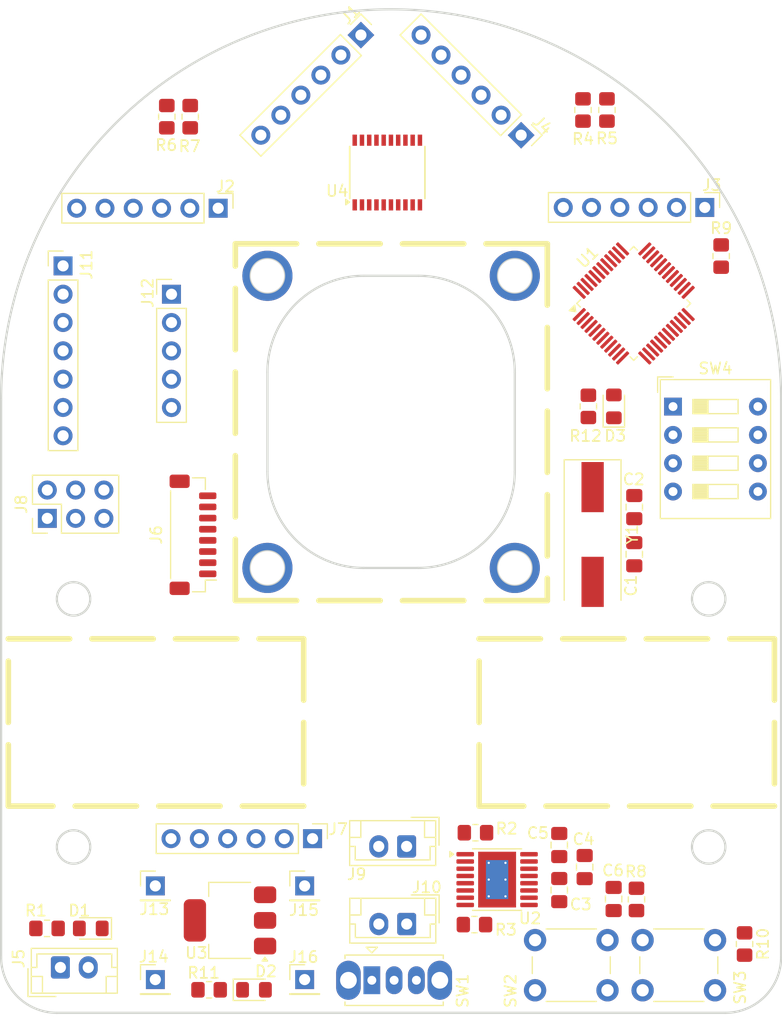
<source format=kicad_pcb>
(kicad_pcb (version 20240108) (generator "pcbnew") (generator_version "8.0")
  (layers (0 "F.Cu" signal) (31 "B.Cu" signal) (34 "B.Paste" user) (35 "F.Paste" user) (36 "B.SilkS" user "B.Silkscreen") (37 "F.SilkS" user "F.Silkscreen") (38 "B.Mask" user) (39 "F.Mask" user) (44 "Edge.Cuts" user))
  (net 0 "")
  (net 1 "/I2C2_{scl}")
  (net 2 "Net-(J1-Pin_2)")
  (net 3 "/I2C2_{sda}")
  (net 5 "Net-(J1-Pin_1)")
  (net 8 "Net-(J2-Pin_1)")
  (net 10 "Net-(J2-Pin_2)")
  (net 12 "/I2C1_{sda}")
  (net 14 "Net-(J3-Pin_2)")
  (net 21 "/I2C1_{scl}")
  (net 23 "Net-(J3-Pin_1)")
  (net 24 "Net-(J4-Pin_1)")
  (net 27 "Net-(J4-Pin_2)")
  (net 35 "/SPI1_{miso}")
  (net 36 "/SPI1_{mosi}")
  (net 37 "/SPI1_{clk}")
  (net 38 "GND")
  (net 39 "/PMW_{motion}")
  (net 40 "/PMW_{cs}")
  (net 41 "/PMW_{nreset}")
  (net 42 "/BT_{enable}")
  (net 43 "/USART_{TX}")
  (net 44 "/BT_{state}")
  (net 45 "/USART_{RX}")
  (net 46 "Net-(U2-VCP)")
  (net 47 "VCC_{7,4}")
  (net 48 "Net-(U1-PD0)")
  (net 49 "/SW_{dio}")
  (net 50 "/SW_{clk}")
  (net 51 "Net-(U1-PD1)")
  (net 55 "/TOF_{int}")
  (net 57 "Net-(U2-VINT)")
  (net 58 "VCC_{3.3}")
  (net 59 "Net-(J9-Pin_1)")
  (net 60 "Net-(J9-Pin_2)")
  (net 61 "Net-(J10-Pin_2)")
  (net 62 "Net-(J10-Pin_1)")
  (net 63 "/MOTOR_{b2}")
  (net 64 "/MOTOR_{sleep}")
  (net 65 "/MOTOR_{a2}")
  (net 66 "/MOTOR_{a1}")
  (net 67 "/MOTOR_{b1}")
  (net 68 "/MOTOR_{fault}")
  (net 69 "/BMI_{cs}")
  (net 72 "/BMI_{int1}")
  (net 73 "/BMI_{int2}")
  (net 75 "/USART1_{RX}")
  (net 76 "/USART1_{TX}")
  (net 78 "VCC_{7.4}")
  (net 79 "VCC_{5}")
  (net 80 "Net-(U2-BISEN)")
  (net 81 "Net-(U2-AISEN)")
  (net 82 "/RESET")
  (net 83 "/PB3")
  (net 84 "/BOOT")
  (net 85 "Net-(SW1-A)")
  (net 86 "/SW2")
  (net 87 "/SW1")
  (net 88 "/SW3")
  (net 89 "/SW4")
  (net 90 "Net-(D1-K)")
  (net 91 "Net-(D2-K)")
  (net 92 "Net-(D3-K)")
  (footprint "Package_QFP:LQFP-48_7x7mm_P0.5mm" (layer "F.Cu") (at 160.15 48.3 45)
    (property "Reference" "U1" (at 0 -5.85 45) (layer "F.SilkS"))
    (property "Value" "STM32F103CBTx")
    (pad "1" smd roundrect (at -4.1625 -2.75 45) (size 1.475 0.3) (layers "F.Cu" "F.Paste" "F.Mask") (net 58 "VCC_{3.3}"))
    (pad "2" smd roundrect (at -4.1625 -2.25 45) (size 1.475 0.3) (layers "F.Cu" "F.Paste" "F.Mask"))
    (pad "3" smd roundrect (at -4.1625 -1.75 45) (size 1.475 0.3) (layers "F.Cu" "F.Paste" "F.Mask"))
    (pad "4" smd roundrect (at -4.1625 -1.249999 45) (size 1.475 0.3) (layers "F.Cu" "F.Paste" "F.Mask"))
    (pad "5" smd roundrect (at -4.1625 -0.75 45) (size 1.475 0.3) (layers "F.Cu" "F.Paste" "F.Mask") (net 48 "Net-(U1-PD0)"))
    (pad "6" smd roundrect (at -4.1625 -0.25 45) (size 1.475 0.3) (layers "F.Cu" "F.Paste" "F.Mask") (net 51 "Net-(U1-PD1)"))
    (pad "7" smd roundrect (at -4.1625 0.25 45) (size 1.475 0.3) (layers "F.Cu" "F.Paste" "F.Mask") (net 82 "/RESET"))
    (pad "8" smd roundrect (at -4.1625 0.75 45) (size 1.475 0.3) (layers "F.Cu" "F.Paste" "F.Mask") (net 38 "GND"))
    (pad "9" smd roundrect (at -4.1625 1.249999 45) (size 1.475 0.3) (layers "F.Cu" "F.Paste" "F.Mask") (net 58 "VCC_{3.3}"))
    (pad "10" smd roundrect (at -4.1625 1.75 45) (size 1.475 0.3) (layers "F.Cu" "F.Paste" "F.Mask"))
    (pad "11" smd roundrect (at -4.1625 2.25 45) (size 1.475 0.3) (layers "F.Cu" "F.Paste" "F.Mask"))
    (pad "12" smd roundrect (at -4.1625 2.75 45) (size 1.475 0.3) (layers "F.Cu" "F.Paste" "F.Mask"))
    (pad "13" smd roundrect (at -2.75 4.1625 45) (size 0.3 1.475) (layers "F.Cu" "F.Paste" "F.Mask"))
    (pad "14" smd roundrect (at -2.25 4.1625 45) (size 0.3 1.475) (layers "F.Cu" "F.Paste" "F.Mask"))
    (pad "15" smd roundrect (at -1.75 4.1625 45) (size 0.3 1.475) (layers "F.Cu" "F.Paste" "F.Mask") (net 37 "/SPI1_{clk}"))
    (pad "16" smd roundrect (at -1.249999 4.1625 45) (size 0.3 1.475) (layers "F.Cu" "F.Paste" "F.Mask") (net 35 "/SPI1_{miso}"))
    (pad "17" smd roundrect (at -0.75 4.1625 45) (size 0.3 1.475) (layers "F.Cu" "F.Paste" "F.Mask") (net 36 "/SPI1_{mosi}"))
    (pad "18" smd roundrect (at -0.25 4.1625 45) (size 0.3 1.475) (layers "F.Cu" "F.Paste" "F.Mask"))
    (pad "19" smd roundrect (at 0.25 4.1625 45) (size 0.3 1.475) (layers "F.Cu" "F.Paste" "F.Mask"))
    (pad "20" smd roundrect (at 0.75 4.1625 45) (size 0.3 1.475) (layers "F.Cu" "F.Paste" "F.Mask"))
    (pad "21" smd roundrect (at 1.249999 4.1625 45) (size 0.3 1.475) (layers "F.Cu" "F.Paste" "F.Mask") (net 1 "/I2C2_{scl}"))
    (pad "22" smd roundrect (at 1.75 4.1625 45) (size 0.3 1.475) (layers "F.Cu" "F.Paste" "F.Mask") (net 3 "/I2C2_{sda}"))
    (pad "23" smd roundrect (at 2.25 4.1625 45) (size 0.3 1.475) (layers "F.Cu" "F.Paste" "F.Mask") (net 38 "GND"))
    (pad "24" smd roundrect (at 2.75 4.1625 45) (size 0.3 1.475) (layers "F.Cu" "F.Paste" "F.Mask") (net 58 "VCC_{3.3}"))
    (pad "25" smd roundrect (at 4.1625 2.75 45) (size 1.475 0.3) (layers "F.Cu" "F.Paste" "F.Mask"))
    (pad "26" smd roundrect (at 4.1625 2.25 45) (size 1.475 0.3) (layers "F.Cu" "F.Paste" "F.Mask"))
    (pad "27" smd roundrect (at 4.1625 1.75 45) (size 1.475 0.3) (layers "F.Cu" "F.Paste" "F.Mask"))
    (pad "28" smd roundrect (at 4.1625 1.249999 45) (size 1.475 0.3) (layers "F.Cu" "F.Paste" "F.Mask"))
    (pad "29" smd roundrect (at 4.1625 0.75 45) (size 1.475 0.3) (layers "F.Cu" "F.Paste" "F.Mask") (net 40 "/PMW_{cs}"))
    (pad "30" smd roundrect (at 4.1625 0.25 45) (size 1.475 0.3) (layers "F.Cu" "F.Paste" "F.Mask") (net 76 "/USART1_{TX}"))
    (pad "31" smd roundrect (at 4.1625 -0.25 45) (size 1.475 0.3) (layers "F.Cu" "F.Paste" "F.Mask") (net 75 "/USART1_{RX}"))
    (pad "32" smd roundrect (at 4.1625 -0.75 45) (size 1.475 0.3) (layers "F.Cu" "F.Paste" "F.Mask"))
    (pad "33" smd roundrect (at 4.1625 -1.249999 45) (size 1.475 0.3) (layers "F.Cu" "F.Paste" "F.Mask"))
    (pad "34" smd roundrect (at 4.1625 -1.75 45) (size 1.475 0.3) (layers "F.Cu" "F.Paste" "F.Mask") (net 49 "/SW_{dio}"))
    (pad "35" smd roundrect (at 4.1625 -2.25 45) (size 1.475 0.3) (layers "F.Cu" "F.Paste" "F.Mask") (net 38 "GND"))
    (pad "36" smd roundrect (at 4.1625 -2.75 45) (size 1.475 0.3) (layers "F.Cu" "F.Paste" "F.Mask") (net 58 "VCC_{3.3}"))
    (pad "37" smd roundrect (at 2.75 -4.1625 45) (size 0.3 1.475) (layers "F.Cu" "F.Paste" "F.Mask") (net 50 "/SW_{clk}"))
    (pad "38" smd roundrect (at 2.25 -4.1625 45) (size 0.3 1.475) (layers "F.Cu" "F.Paste" "F.Mask"))
    (pad "39" smd roundrect (at 1.75 -4.1625 45) (size 0.3 1.475) (layers "F.Cu" "F.Paste" "F.Mask") (net 83 "/PB3"))
    (pad "40" smd roundrect (at 1.249999 -4.1625 45) (size 0.3 1.475) (layers "F.Cu" "F.Paste" "F.Mask"))
    (pad "41" smd roundrect (at 0.75 -4.1625 45) (size 0.3 1.475) (layers "F.Cu" "F.Paste" "F.Mask"))
    (pad "42" smd roundrect (at 0.25 -4.1625 45) (size 0.3 1.475) (layers "F.Cu" "F.Paste" "F.Mask") (net 21 "/I2C1_{scl}"))
    (pad "43" smd roundrect (at -0.25 -4.1625 45) (size 0.3 1.475) (layers "F.Cu" "F.Paste" "F.Mask") (net 12 "/I2C1_{sda}"))
    (pad "44" smd roundrect (at -0.75 -4.1625 45) (size 0.3 1.475) (layers "F.Cu" "F.Paste" "F.Mask") (net 84 "/BOOT"))
    (pad "45" smd roundrect (at -1.249999 -4.1625 45) (size 0.3 1.475) (layers "F.Cu" "F.Paste" "F.Mask"))
    (pad "46" smd roundrect (at -1.75 -4.1625 45) (size 0.3 1.475) (layers "F.Cu" "F.Paste" "F.Mask"))
    (pad "47" smd roundrect (at -2.25 -4.1625 45) (size 0.3 1.475) (layers "F.Cu" "F.Paste" "F.Mask") (net 38 "GND"))
    (pad "48" smd roundrect (at -2.75 -4.1625 45) (size 0.3 1.475) (layers "F.Cu" "F.Paste" "F.Mask") (net 58 "VCC_{3.3}"))
  )
  (footprint "Connector_PinHeader_2.54mm:PinHeader_1x01_P2.54mm_Vertical" (layer "F.Cu") (at 130.62 100.5375)
    (property "Reference" "J15" (at -0.06 2.17 0) (layer "F.SilkS"))
    (property "Value" "StepDown_{Out+}")
    (pad "1" thru_hole rect (at 0 0) (size 1.7 1.7) (drill 1) (layers "*.Cu" "*.Mask") (net 79 "VCC_{5}"))
  )
  (footprint "Button_Switch_THT:SW_Slide_SPDT_Straight_CK_OS102011MS2Q" (layer "F.Cu") (at 136.65 109)
    (property "Reference" "SW1" (at 8.15 0.95 90) (layer "F.SilkS"))
    (property "Value" "SW_SPDT" (hide yes))
    (pad "" thru_hole oval (at -2.1 0) (size 2.2 3.5) (drill 1.5) (layers "*.Cu" "*.Mask"))
    (pad "" thru_hole oval (at 6.1 0) (size 2.2 3.5) (drill 1.5) (layers "*.Cu" "*.Mask"))
    (pad "1" thru_hole rect (at 0 0) (size 1.5 2.5) (drill 0.8) (layers "*.Cu" "*.Mask") (net 85 "Net-(SW1-A)"))
    (pad "2" thru_hole oval (at 2 0) (size 1.5 2.5) (drill 0.8) (layers "*.Cu" "*.Mask") (net 79 "VCC_{5}"))
    (pad "3" thru_hole oval (at 4 0) (size 1.5 2.5) (drill 0.8) (layers "*.Cu" "*.Mask") (net 38 "GND"))
  )
  (footprint "Resistor_SMD:R_0805_2012Metric_Pad1.20x1.40mm_HandSolder" (layer "F.Cu") (at 156.083 57.531 -90)
    (property "Reference" "R12" (at 2.651 0.254 360) (layer "F.SilkS"))
    (property "Value" "4.7k")
    (pad "1" smd roundrect (at -1 0 270) (size 1.2 1.4) (layers "F.Cu" "F.Paste" "F.Mask") (roundrect_rratio 0.208333) (net 92 "Net-(D3-K)"))
    (pad "2" smd roundrect (at 1 0 270) (size 1.2 1.4) (layers "F.Cu" "F.Paste" "F.Mask") (roundrect_rratio 0.208333) (net 38 "GND"))
  )
  (footprint "Resistor_SMD:R_0805_2012Metric_Pad1.20x1.40mm_HandSolder" (layer "F.Cu") (at 107.5 104.35 180)
    (property "Reference" "R1" (at 1 1.6 360) (layer "F.SilkS"))
    (property "Value" "4.7k")
    (pad "1" smd roundrect (at -1 0 180) (size 1.2 1.4) (layers "F.Cu" "F.Paste" "F.Mask") (roundrect_rratio 0.208333) (net 90 "Net-(D1-K)"))
    (pad "2" smd roundrect (at 1 0 180) (size 1.2 1.4) (layers "F.Cu" "F.Paste" "F.Mask") (roundrect_rratio 0.208333) (net 38 "GND"))
  )
  (footprint "Capacitor_SMD:C_0805_2012Metric_Pad1.18x1.45mm_HandSolder" (layer "F.Cu") (at 160.204 66.5675 -90)
    (property "Reference" "C2" (at -2.4875 0.05 180) (layer "F.SilkS"))
    (property "Value" "22pF")
    (pad "1" smd roundrect (at -1.0375 0 270) (size 1.175 1.45) (layers "F.Cu" "F.Paste" "F.Mask") (roundrect_rratio 0.212766) (net 51 "Net-(U1-PD1)"))
    (pad "2" smd roundrect (at 1.0375 0 270) (size 1.175 1.45) (layers "F.Cu" "F.Paste" "F.Mask") (roundrect_rratio 0.212766) (net 38 "GND"))
  )
  (footprint "LED_SMD:LED_0805_2012Metric_Pad1.15x1.40mm_HandSolder" (layer "F.Cu") (at 126.072 109.855)
    (property "Reference" "D2" (at 1.071 -1.651 180) (layer "F.SilkS"))
    (property "Value" "LED")
    (pad "1" smd roundrect (at -1.025 0) (size 1.15 1.4) (layers "F.Cu" "F.Paste" "F.Mask") (roundrect_rratio 0.217391) (net 91 "Net-(D2-K)"))
    (pad "2" smd roundrect (at 1.025 0) (size 1.15 1.4) (layers "F.Cu" "F.Paste" "F.Mask") (roundrect_rratio 0.217391) (net 79 "VCC_{5}"))
  )
  (footprint "MountingHole:MountingHole_2.2mm_M2_ISO14580_Pad" (layer "F.Cu") (at 149.48 72.02)
    (property "Reference" "H4" (hide yes))
    (property "Value" "MountingHole_Pad" (hide yes))
    (pad "1" thru_hole circle (at 0 0) (size 4.5 4.5) (drill 3) (layers "*.Cu" "*.Mask") (net 38 "GND"))
  )
  (footprint "Connector_PinHeader_2.54mm:PinHeader_1x06_P2.54mm_Vertical" (layer "F.Cu") (at 166.53 39.69 -90)
    (property "Reference" "J3" (at -2 -0.63 0) (layer "F.SilkS"))
    (property "Value" "TOF_FRONTRIGHT")
    (pad "1" thru_hole rect (at 0 0 270) (size 1.7 1.7) (drill 1) (layers "*.Cu" "*.Mask") (net 23 "Net-(J3-Pin_1)"))
    (pad "2" thru_hole oval (at 0 2.54 270) (size 1.7 1.7) (drill 1) (layers "*.Cu" "*.Mask") (net 14 "Net-(J3-Pin_2)"))
    (pad "3" thru_hole oval (at 0 5.08 270) (size 1.7 1.7) (drill 1) (layers "*.Cu" "*.Mask") (net 21 "/I2C1_{scl}"))
    (pad "4" thru_hole oval (at 0 7.62 270) (size 1.7 1.7) (drill 1) (layers "*.Cu" "*.Mask") (net 12 "/I2C1_{sda}"))
    (pad "5" thru_hole oval (at 0 10.16 270) (size 1.7 1.7) (drill 1) (layers "*.Cu" "*.Mask") (net 38 "GND"))
    (pad "6" thru_hole oval (at 0 12.7 270) (size 1.7 1.7) (drill 1) (layers "*.Cu" "*.Mask") (net 58 "VCC_{3.3}"))
  )
  (footprint "Connector_PinHeader_2.54mm:PinHeader_2x03_P2.54mm_Vertical" (layer "F.Cu") (at 107.525 67.575 90)
    (property "Reference" "J8" (at 1.27 -2.33 90) (layer "F.SilkS"))
    (property "Value" "Programming_Conn")
    (pad "1" thru_hole rect (at 0 0 90) (size 1.7 1.7) (drill 1) (layers "*.Cu" "*.Mask") (net 82 "/RESET"))
    (pad "2" thru_hole oval (at 2.54 0 90) (size 1.7 1.7) (drill 1) (layers "*.Cu" "*.Mask") (net 58 "VCC_{3.3}"))
    (pad "3" thru_hole oval (at 0 2.54 90) (size 1.7 1.7) (drill 1) (layers "*.Cu" "*.Mask") (net 50 "/SW_{clk}"))
    (pad "4" thru_hole oval (at 2.54 2.54 90) (size 1.7 1.7) (drill 1) (layers "*.Cu" "*.Mask") (net 49 "/SW_{dio}"))
    (pad "5" thru_hole oval (at 0 5.08 90) (size 1.7 1.7) (drill 1) (layers "*.Cu" "*.Mask") (net 38 "GND"))
    (pad "6" thru_hole oval (at 2.54 5.08 90) (size 1.7 1.7) (drill 1) (layers "*.Cu" "*.Mask") (net 83 "/PB3"))
  )
  (footprint "Resistor_SMD:R_0805_2012Metric_Pad1.20x1.40mm_HandSolder" (layer "F.Cu") (at 168 44.05 90)
    (property "Reference" "R9" (at 2.5 0 180) (layer "F.SilkS"))
    (property "Value" "10k" (hide yes))
    (pad "1" smd roundrect (at -1 0 90) (size 1.2 1.4) (layers "F.Cu" "F.Paste" "F.Mask") (roundrect_rratio 0.208333) (net 58 "VCC_{3.3}"))
    (pad "2" smd roundrect (at 1 0 90) (size 1.2 1.4) (layers "F.Cu" "F.Paste" "F.Mask") (roundrect_rratio 0.208333) (net 75 "/USART1_{RX}"))
  )
  (footprint "Resistor_SMD:R_0805_2012Metric_Pad1.20x1.40mm_HandSolder" (layer "F.Cu") (at 118.25 31.55 90)
    (property "Reference" "R6" (at -2.55 -0.05 180) (layer "F.SilkS"))
    (property "Value" "2.2k")
    (pad "1" smd roundrect (at -1 0 90) (size 1.2 1.4) (layers "F.Cu" "F.Paste" "F.Mask") (roundrect_rratio 0.208333) (net 58 "VCC_{3.3}"))
    (pad "2" smd roundrect (at 1 0 90) (size 1.2 1.4) (layers "F.Cu" "F.Paste" "F.Mask") (roundrect_rratio 0.208333) (net 1 "/I2C2_{scl}"))
  )
  (footprint "Connector_JST:JST_SH_BM08B-SRSS-TB_1x08-1MP_P1.00mm_Vertical" (layer "F.Cu") (at 120.6 69.05 90)
    (property "Reference" "J6" (at 0 -3.3 90) (layer "F.SilkS"))
    (property "Value" "PMW3360_Conn")
    (pad "1" smd roundrect (at -3.5 1.325 90) (size 0.6 1.55) (layers "F.Cu" "F.Paste" "F.Mask") (net 41 "/PMW_{nreset}"))
    (pad "2" smd roundrect (at -2.5 1.325 90) (size 0.6 1.55) (layers "F.Cu" "F.Paste" "F.Mask") (net 39 "/PMW_{motion}"))
    (pad "3" smd roundrect (at -1.5 1.325 90) (size 0.6 1.55) (layers "F.Cu" "F.Paste" "F.Mask") (net 37 "/SPI1_{clk}"))
    (pad "4" smd roundrect (at -0.5 1.325 90) (size 0.6 1.55) (layers "F.Cu" "F.Paste" "F.Mask") (net 36 "/SPI1_{mosi}"))
    (pad "5" smd roundrect (at 0.5 1.325 90) (size 0.6 1.55) (layers "F.Cu" "F.Paste" "F.Mask") (net 35 "/SPI1_{miso}"))
    (pad "6" smd roundrect (at 1.5 1.325 90) (size 0.6 1.55) (layers "F.Cu" "F.Paste" "F.Mask") (net 40 "/PMW_{cs}"))
    (pad "7" smd roundrect (at 2.5 1.325 90) (size 0.6 1.55) (layers "F.Cu" "F.Paste" "F.Mask") (net 58 "VCC_{3.3}"))
    (pad "8" smd roundrect (at 3.5 1.325 90) (size 0.6 1.55) (layers "F.Cu" "F.Paste" "F.Mask") (net 38 "GND"))
    (pad "MP" smd roundrect (at -4.8 -1.2 90) (size 1.2 1.8) (layers "F.Cu" "F.Paste" "F.Mask") (roundrect_rratio 0.208333) (net 38 "GND"))
    (pad "MP" smd roundrect (at 4.8 -1.2 90) (size 1.2 1.8) (layers "F.Cu" "F.Paste" "F.Mask") (roundrect_rratio 0.208333) (net 38 "GND"))
  )
  (footprint "Connector_JST:JST_EH_B2B-EH-A_1x02_P2.50mm_Vertical" (layer "F.Cu") (at 108.7 107.85)
    (property "Reference" "J5" (at -3.75 -0.8 90) (layer "F.SilkS"))
    (property "Value" "BatteryConnector" (hide yes))
    (pad "1" thru_hole roundrect (at 0 0) (size 1.7 2) (drill 1) (layers "*.Cu" "*.Mask") (roundrect_rratio 0.147059) (net 38 "GND"))
    (pad "2" thru_hole oval (at 2.5 0) (size 1.7 2) (drill 1) (layers "*.Cu" "*.Mask") (net 78 "VCC_{7.4}"))
  )
  (footprint "MountingHole:MountingHole_2.2mm_M2_ISO14580_Pad" (layer "F.Cu") (at 149.48 45.82)
    (property "Reference" "H2" (hide yes))
    (property "Value" "MountingHole_Pad" (hide yes))
    (pad "1" thru_hole circle (at 0 0) (size 4.5 4.5) (drill 3) (layers "*.Cu" "*.Mask") (net 38 "GND"))
  )
  (footprint "Resistor_SMD:R_0805_2012Metric_Pad1.20x1.40mm_HandSolder" (layer "F.Cu") (at 145.86 104.0075 180)
    (property "Reference" "R3" (at -2.82 -0.4625 0) (layer "F.SilkS"))
    (property "Value" "200m" (hide yes))
    (pad "1" smd roundrect (at -1 0 180) (size 1.2 1.4) (layers "F.Cu" "F.Paste" "F.Mask") (roundrect_rratio 0.208333) (net 38 "GND"))
    (pad "2" smd roundrect (at 1 0 180) (size 1.2 1.4) (layers "F.Cu" "F.Paste" "F.Mask") (roundrect_rratio 0.208333) (net 80 "Net-(U2-BISEN)"))
  )
  (footprint "Resistor_SMD:R_0805_2012Metric_Pad1.20x1.40mm_HandSolder" (layer "F.Cu") (at 157.75 30.95 90)
    (property "Reference" "R5" (at -2.55 0 180) (layer "F.SilkS"))
    (property "Value" "2.2k")
    (pad "1" smd roundrect (at -1 0 90) (size 1.2 1.4) (layers "F.Cu" "F.Paste" "F.Mask") (roundrect_rratio 0.208333) (net 58 "VCC_{3.3}"))
    (pad "2" smd roundrect (at 1 0 90) (size 1.2 1.4) (layers "F.Cu" "F.Paste" "F.Mask") (roundrect_rratio 0.208333) (net 12 "/I2C1_{sda}"))
  )
  (footprint "Resistor_SMD:R_0805_2012Metric_Pad1.20x1.40mm_HandSolder" (layer "F.Cu") (at 170.1 105.75 -90)
    (property "Reference" "R10" (at 0 -1.65 90) (layer "F.SilkS"))
    (property "Value" "10k")
    (pad "1" smd roundrect (at -1 0 270) (size 1.2 1.4) (layers "F.Cu" "F.Paste" "F.Mask") (roundrect_rratio 0.208333) (net 38 "GND"))
    (pad "2" smd roundrect (at 1 0 270) (size 1.2 1.4) (layers "F.Cu" "F.Paste" "F.Mask") (roundrect_rratio 0.208333) (net 84 "/BOOT"))
  )
  (footprint "Connector_PinHeader_2.54mm:PinHeader_1x07_P2.54mm_Vertical" (layer "F.Cu") (at 108.94 44.93)
    (property "Reference" "J11" (at 2.1 -0.11 90) (layer "F.SilkS"))
    (property "Value" "BMI_ConnB")
    (pad "1" thru_hole rect (at 0 0) (size 1.7 1.7) (drill 1) (layers "*.Cu" "*.Mask") (net 58 "VCC_{3.3}"))
    (pad "2" thru_hole oval (at 0 2.54) (size 1.7 1.7) (drill 1) (layers "*.Cu" "*.Mask"))
    (pad "3" thru_hole oval (at 0 5.08) (size 1.7 1.7) (drill 1) (layers "*.Cu" "*.Mask") (net 38 "GND"))
    (pad "4" thru_hole oval (at 0 7.62) (size 1.7 1.7) (drill 1) (layers "*.Cu" "*.Mask") (net 37 "/SPI1_{clk}"))
    (pad "5" thru_hole oval (at 0 10.16) (size 1.7 1.7) (drill 1) (layers "*.Cu" "*.Mask") (net 36 "/SPI1_{mosi}"))
    (pad "6" thru_hole oval (at 0 12.7) (size 1.7 1.7) (drill 1) (layers "*.Cu" "*.Mask") (net 69 "/BMI_{cs}"))
    (pad "7" thru_hole oval (at 0 15.24) (size 1.7 1.7) (drill 1) (layers "*.Cu" "*.Mask") (net 35 "/SPI1_{miso}"))
  )
  (footprint "Resistor_SMD:R_0805_2012Metric_Pad1.20x1.40mm_HandSolder" (layer "F.Cu") (at 122.047 109.855 180)
    (property "Reference" "R11" (at 0.492 1.524 180) (layer "F.SilkS"))
    (property "Value" "4.7k")
    (pad "1" smd roundrect (at -1 0 180) (size 1.2 1.4) (layers "F.Cu" "F.Paste" "F.Mask") (roundrect_rratio 0.208333) (net 91 "Net-(D2-K)"))
    (pad "2" smd roundrect (at 1 0 180) (size 1.2 1.4) (layers "F.Cu" "F.Paste" "F.Mask") (roundrect_rratio 0.208333) (net 38 "GND"))
  )
  (footprint "Crystal:Crystal_SMD_HC49-SD" (layer "F.Cu") (at 156.464 69.02 -90)
    (property "Reference" "Y1" (at 0 -3.55 -90) (layer "F.SilkS"))
    (property "Value" "Crystal (8MHz)")
    (pad "1" smd rect (at -4.25 0 270) (size 4.5 2) (layers "F.Cu" "F.Paste" "F.Mask") (net 51 "Net-(U1-PD1)"))
    (pad "2" smd rect (at 4.25 0 270) (size 4.5 2) (layers "F.Cu" "F.Paste" "F.Mask") (net 48 "Net-(U1-PD0)"))
  )
  (footprint "Resistor_SMD:R_0805_2012Metric_Pad1.20x1.40mm_HandSolder" (layer "F.Cu") (at 145.95 95.7675 180)
    (property "Reference" "R2" (at -2.8 0.3675 0) (layer "F.SilkS"))
    (property "Value" "200m" (hide yes))
    (pad "1" smd roundrect (at -1 0 180) (size 1.2 1.4) (layers "F.Cu" "F.Paste" "F.Mask") (roundrect_rratio 0.208333) (net 38 "GND"))
    (pad "2" smd roundrect (at 1 0 180) (size 1.2 1.4) (layers "F.Cu" "F.Paste" "F.Mask") (roundrect_rratio 0.208333) (net 81 "Net-(U2-AISEN)"))
  )
  (footprint "Capacitor_SMD:C_0805_2012Metric_Pad1.18x1.45mm_HandSolder" (layer "F.Cu") (at 153.47 100.9125 90)
    (property "Reference" "C3" (at -1.2875 1.93 180) (layer "F.SilkS"))
    (property "Value" "0.01uF" (hide yes))
    (pad "1" smd roundrect (at -1.0375 0 90) (size 1.175 1.45) (layers "F.Cu" "F.Paste" "F.Mask") (roundrect_rratio 0.212766) (net 46 "Net-(U2-VCP)"))
    (pad "2" smd roundrect (at 1.0375 0 90) (size 1.175 1.45) (layers "F.Cu" "F.Paste" "F.Mask") (roundrect_rratio 0.212766) (net 47 "VCC_{7,4}"))
  )
  (footprint "Connector_PinHeader_2.54mm:PinHeader_1x06_P2.54mm_Vertical" (layer "F.Cu") (at 150.048575 33.210257 -135)
    (property "Reference" "J4" (at -1.979899 -0.712692 135) (layer "F.SilkS"))
    (property "Value" "TOF_RIGHT")
    (pad "1" thru_hole rect (at 0 0 225) (size 1.7 1.7) (drill 1) (layers "*.Cu" "*.Mask") (net 24 "Net-(J4-Pin_1)"))
    (pad "2" thru_hole oval (at 0 2.54 225) (size 1.7 1.7) (drill 1) (layers "*.Cu" "*.Mask") (net 27 "Net-(J4-Pin_2)"))
    (pad "3" thru_hole oval (at 0 5.079999 225) (size 1.7 1.7) (drill 1) (layers "*.Cu" "*.Mask") (net 21 "/I2C1_{scl}"))
    (pad "4" thru_hole oval (at 0 7.62 225) (size 1.7 1.7) (drill 1) (layers "*.Cu" "*.Mask") (net 12 "/I2C1_{sda}"))
    (pad "5" thru_hole oval (at 0 10.16 225) (size 1.7 1.7) (drill 1) (layers "*.Cu" "*.Mask") (net 38 "GND"))
    (pad "6" thru_hole oval (at 0 12.7 225) (size 1.7 1.7) (drill 1) (layers "*.Cu" "*.Mask") (net 58 "VCC_{3.3}"))
  )
  (footprint "LED_SMD:LED_0805_2012Metric_Pad1.15x1.40mm_HandSolder" (layer "F.Cu") (at 158.369 57.531 90)
    (property "Reference" "D3" (at -2.644 0.127 360) (layer "F.SilkS"))
    (property "Value" "LED")
    (pad "1" smd roundrect (at -1.025 0 90) (size 1.15 1.4) (layers "F.Cu" "F.Paste" "F.Mask") (roundrect_rratio 0.217391) (net 92 "Net-(D3-K)"))
    (pad "2" smd roundrect (at 1.025 0 90) (size 1.15 1.4) (layers "F.Cu" "F.Paste" "F.Mask") (roundrect_rratio 0.217391) (net 58 "VCC_{3.3}"))
  )
  (footprint "Connector_PinHeader_2.54mm:PinHeader_1x06_P2.54mm_Vertical" (layer "F.Cu") (at 131.33 96.3 -90)
    (property "Reference" "J7" (at -0.85 -2.3 0) (layer "F.SilkS"))
    (property "Value" "Bluetooth_Conn" (hide yes))
    (pad "1" thru_hole rect (at 0 0 270) (size 1.7 1.7) (drill 1) (layers "*.Cu" "*.Mask") (net 44 "/BT_{state}"))
    (pad "2" thru_hole oval (at 0 2.54 270) (size 1.7 1.7) (drill 1) (layers "*.Cu" "*.Mask") (net 45 "/USART_{RX}"))
    (pad "3" thru_hole oval (at 0 5.08 270) (size 1.7 1.7) (drill 1) (layers "*.Cu" "*.Mask") (net 43 "/USART_{TX}"))
    (pad "4" thru_hole oval (at 0 7.62 270) (size 1.7 1.7) (drill 1) (layers "*.Cu" "*.Mask") (net 38 "GND"))
    (pad "5" thru_hole oval (at 0 10.16 270) (size 1.7 1.7) (drill 1) (layers "*.Cu" "*.Mask") (net 58 "VCC_{3.3}"))
    (pad "6" thru_hole oval (at 0 12.7 270) (size 1.7 1.7) (drill 1) (layers "*.Cu" "*.Mask") (net 42 "/BT_{enable}"))
  )
  (footprint "MountingHole:MountingHole_2.2mm_M2_ISO14580_Pad" (layer "F.Cu") (at 127.28 45.82)
    (property "Reference" "H1" (hide yes))
    (property "Value" "MountingHole_Pad" (hide yes))
    (pad "1" thru_hole circle (at 0 0) (size 4.5 4.5) (drill 3) (layers "*.Cu" "*.Mask") (net 38 "GND"))
  )
  (footprint "Connector_PinHeader_2.54mm:PinHeader_1x01_P2.54mm_Vertical" (layer "F.Cu") (at 130.62 108.9375)
    (property "Reference" "J16" (at -0.1 -2.02 0) (layer "F.SilkS"))
    (property "Value" "StepDown_{Out-}")
    (pad "1" thru_hole rect (at 0 0) (size 1.7 1.7) (drill 1) (layers "*.Cu" "*.Mask") (net 38 "GND"))
  )
  (footprint "Package_TO_SOT_SMD:SOT-223-3_TabPin2" (layer "F.Cu") (at 123.92 103.632 180)
    (property "Reference" "U3" (at 3.016 -2.921 0) (layer "F.SilkS"))
    (property "Value" "AMS1117-3.3" (hide yes))
    (pad "1" smd roundrect (at -3.15 -2.3 180) (size 2 1.5) (layers "F.Cu" "F.Paste" "F.Mask") (net 38 "GND"))
    (pad "2" smd roundrect (at -3.15 0 180) (size 2 1.5) (layers "F.Cu" "F.Paste" "F.Mask") (net 58 "VCC_{3.3}"))
    (pad "2" smd roundrect (at 3.15 0 180) (size 2 3.8) (layers "F.Cu" "F.Paste" "F.Mask") (net 58 "VCC_{3.3}"))
    (pad "3" smd roundrect (at -3.15 2.3 180) (size 2 1.5) (layers "F.Cu" "F.Paste" "F.Mask") (net 85 "Net-(SW1-A)"))
  )
  (footprint "Capacitor_SMD:C_0805_2012Metric_Pad1.18x1.45mm_HandSolder" (layer "F.Cu") (at 155.75 98.85 90)
    (property "Reference" "C4" (at 2.5 -0.1 180) (layer "F.SilkS"))
    (property "Value" "10uF" (hide yes))
    (pad "1" smd roundrect (at -1.0375 0 90) (size 1.175 1.45) (layers "F.Cu" "F.Paste" "F.Mask") (roundrect_rratio 0.212766) (net 47 "VCC_{7,4}"))
    (pad "2" smd roundrect (at 1.0375 0 90) (size 1.175 1.45) (layers "F.Cu" "F.Paste" "F.Mask") (roundrect_rratio 0.212766) (net 38 "GND"))
  )
  (footprint "Connector_PinHeader_2.54mm:PinHeader_1x01_P2.54mm_Vertical" (layer "F.Cu") (at 117.22 100.5375)
    (property "Reference" "J13" (at -0.08 2.09 0) (layer "F.SilkS"))
    (property "Value" "StepDown_{In+}")
    (pad "1" thru_hole rect (at 0 0) (size 1.7 1.7) (drill 1) (layers "*.Cu" "*.Mask") (net 78 "VCC_{7.4}"))
  )
  (footprint "Connector_JST:JST_EH_B2B-EH-A_1x02_P2.50mm_Vertical" (layer "F.Cu") (at 139.78 103.9575 180)
    (property "Reference" "J10" (at -1.81 3.2975 0) (layer "F.SilkS"))
    (property "Value" "MotorB_Conn" (hide yes))
    (pad "1" thru_hole roundrect (at 0 0 180) (size 1.7 2) (drill 1) (layers "*.Cu" "*.Mask") (roundrect_rratio 0.147059) (net 62 "Net-(J10-Pin_1)"))
    (pad "2" thru_hole oval (at 2.5 0 180) (size 1.7 2) (drill 1) (layers "*.Cu" "*.Mask") (net 61 "Net-(J10-Pin_2)"))
  )
  (footprint "Connector_PinHeader_2.54mm:PinHeader_1x06_P2.54mm_Vertical" (layer "F.Cu") (at 122.86 39.76 -90)
    (property "Reference" "J2" (at -1.95 -0.65 180) (layer "F.SilkS"))
    (property "Value" "TOF_FRONTLEFT")
    (pad "1" thru_hole rect (at 0 0 270) (size 1.7 1.7) (drill 1) (layers "*.Cu" "*.Mask") (net 8 "Net-(J2-Pin_1)"))
    (pad "2" thru_hole oval (at 0 2.54 270) (size 1.7 1.7) (drill 1) (layers "*.Cu" "*.Mask") (net 10 "Net-(J2-Pin_2)"))
    (pad "3" thru_hole oval (at 0 5.08 270) (size 1.7 1.7) (drill 1) (layers "*.Cu" "*.Mask") (net 1 "/I2C2_{scl}"))
    (pad "4" thru_hole oval (at 0 7.62 270) (size 1.7 1.7) (drill 1) (layers "*.Cu" "*.Mask") (net 3 "/I2C2_{sda}"))
    (pad "5" thru_hole oval (at 0 10.16 270) (size 1.7 1.7) (drill 1) (layers "*.Cu" "*.Mask") (net 38 "GND"))
    (pad "6" thru_hole oval (at 0 12.7 270) (size 1.7 1.7) (drill 1) (layers "*.Cu" "*.Mask") (net 58 "VCC_{3.3}"))
  )
  (footprint "Connector_PinHeader_2.54mm:PinHeader_1x01_P2.54mm_Vertical" (layer "F.Cu") (at 117.22 108.9375)
    (property "Reference" "J14" (at -0.14 -2.05 0) (layer "F.SilkS"))
    (property "Value" "StepDown_{In-}")
    (pad "1" thru_hole rect (at 0 0) (size 1.7 1.7) (drill 1) (layers "*.Cu" "*.Mask") (net 38 "GND"))
  )
  (footprint "Button_Switch_THT:SW_PUSH_6mm_H5mm" (layer "F.Cu") (at 160.95 105.4)
    (property "Reference" "SW3" (at 8.75 4.25 90) (layer "F.SilkS"))
    (property "Value" "PB_BOOT")
    (pad "1" thru_hole circle (at 0 0 90) (size 2 2) (drill 1.1) (layers "*.Cu" "*.Mask") (net 84 "/BOOT"))
    (pad "1" thru_hole circle (at 6.5 0 90) (size 2 2) (drill 1.1) (layers "*.Cu" "*.Mask") (net 84 "/BOOT"))
    (pad "2" thru_hole circle (at 0 4.5 90) (size 2 2) (drill 1.1) (layers "*.Cu" "*.Mask") (net 58 "VCC_{3.3}"))
    (pad "2" thru_hole circle (at 6.5 4.5 90) (size 2 2) (drill 1.1) (layers "*.Cu" "*.Mask") (net 58 "VCC_{3.3}"))
  )
  (footprint "Resistor_SMD:R_0805_2012Metric_Pad1.20x1.40mm_HandSolder" (layer "F.Cu") (at 155.6 30.95 90)
    (property "Reference" "R4" (at -2.6 0 180) (layer "F.SilkS"))
    (property "Value" "2.2k")
    (pad "1" smd roundrect (at -1 0 90) (size 1.2 1.4) (layers "F.Cu" "F.Paste" "F.Mask") (roundrect_rratio 0.208333) (net 58 "VCC_{3.3}"))
    (pad "2" smd roundrect (at 1 0 90) (size 1.2 1.4) (layers "F.Cu" "F.Paste" "F.Mask") (roundrect_rratio 0.208333) (net 21 "/I2C1_{scl}"))
  )
  (footprint "Connector_PinHeader_2.54mm:PinHeader_1x05_P2.54mm_Vertical" (layer "F.Cu") (at 118.67 47.475)
    (property "Reference" "J12" (at -2.14 -0.125 90) (layer "F.SilkS"))
    (property "Value" "BMI_ConnA")
    (pad "1" thru_hole rect (at 0 0) (size 1.7 1.7) (drill 1) (layers "*.Cu" "*.Mask"))
    (pad "2" thru_hole oval (at 0 2.54) (size 1.7 1.7) (drill 1) (layers "*.Cu" "*.Mask") (net 73 "/BMI_{int2}"))
    (pad "3" thru_hole oval (at 0 5.08) (size 1.7 1.7) (drill 1) (layers "*.Cu" "*.Mask") (net 72 "/BMI_{int1}"))
    (pad "4" thru_hole oval (at 0 7.62) (size 1.7 1.7) (drill 1) (layers "*.Cu" "*.Mask"))
    (pad "5" thru_hole oval (at 0 10.16) (size 1.7 1.7) (drill 1) (layers "*.Cu" "*.Mask"))
  )
  (footprint "Connector_JST:JST_EH_B2B-EH-A_1x02_P2.50mm_Vertical" (layer "F.Cu") (at 139.77 96.9975 180)
    (property "Reference" "J9" (at 4.48 -2.4925 0) (layer "F.SilkS"))
    (property "Value" "MotorA_Conn" (hide yes))
    (pad "1" thru_hole roundrect (at 0 0 180) (size 1.7 2) (drill 1) (layers "*.Cu" "*.Mask") (roundrect_rratio 0.147059) (net 59 "Net-(J9-Pin_1)"))
    (pad "2" thru_hole oval (at 2.5 0 180) (size 1.7 2) (drill 1) (layers "*.Cu" "*.Mask") (net 60 "Net-(J9-Pin_2)"))
  )
  (footprint "Button_Switch_THT:SW_DIP_SPSTx04_Slide_9.78x12.34mm_W7.62mm_P2.54mm" (layer "F.Cu") (at 163.68 57.55)
    (property "Reference" "SW4" (at 3.81 -3.42 0) (layer "F.SilkS"))
    (property "Value" "SW_DIP_x04")
    (pad "1" thru_hole rect (at 0 0) (size 1.6 1.6) (drill 0.8) (layers "*.Cu" "*.Mask") (net 58 "VCC_{3.3}"))
    (pad "2" thru_hole oval (at 0 2.54) (size 1.6 1.6) (drill 0.8) (layers "*.Cu" "*.Mask") (net 58 "VCC_{3.3}"))
    (pad "3" thru_hole oval (at 0 5.08) (size 1.6 1.6) (drill 0.8) (layers "*.Cu" "*.Mask") (net 58 "VCC_{3.3}"))
    (pad "4" thru_hole oval (at 0 7.62) (size 1.6 1.6) (drill 0.8) (layers "*.Cu" "*.Mask") (net 58 "VCC_{3.3}"))
    (pad "5" thru_hole oval (at 7.62 7.62) (size 1.6 1.6) (drill 0.8) (layers "*.Cu" "*.Mask") (net 89 "/SW4"))
    (pad "6" thru_hole oval (at 7.62 5.08) (size 1.6 1.6) (drill 0.8) (layers "*.Cu" "*.Mask") (net 88 "/SW3"))
    (pad "7" thru_hole oval (at 7.62 2.54) (size 1.6 1.6) (drill 0.8) (layers "*.Cu" "*.Mask") (net 86 "/SW2"))
    (pad "8" thru_hole oval (at 7.62 0) (size 1.6 1.6) (drill 0.8) (layers "*.Cu" "*.Mask") (net 87 "/SW1"))
  )
  (footprint "Button_Switch_THT:SW_PUSH_6mm_H5mm" (layer "F.Cu") (at 151.3 105.4)
    (property "Reference" "SW2" (at -2.2 4.55 90) (layer "F.SilkS"))
    (property "Value" "PB_RESET")
    (pad "1" thru_hole circle (at 0 0 90) (size 2 2) (drill 1.1) (layers "*.Cu" "*.Mask") (net 38 "GND"))
    (pad "1" thru_hole circle (at 6.5 0 90) (size 2 2) (drill 1.1) (layers "*.Cu" "*.Mask") (net 38 "GND"))
    (pad "2" thru_hole circle (at 0 4.5 90) (size 2 2) (drill 1.1) (layers "*.Cu" "*.Mask") (net 82 "/RESET"))
    (pad "2" thru_hole circle (at 6.5 4.5 90) (size 2 2) (drill 1.1) (layers "*.Cu" "*.Mask") (net 82 "/RESET"))
  )
  (footprint "Package_SO:HTSSOP-16-1EP_4.4x5mm_P0.65mm_EP3.4x5mm_Mask2.46x2.31mm_ThermalVias" (layer "F.Cu") (at 147.8925 99.9725)
    (property "Reference" "U2" (at 2.9575 3.4775 180) (layer "F.SilkS"))
    (property "Value" "DRV8833PWP" (hide yes))
    (pad "1" smd roundrect (at -2.8625 -2.275) (size 1.575 0.4) (layers "F.Cu" "F.Paste" "F.Mask") (net 64 "/MOTOR_{sleep}"))
    (pad "2" smd roundrect (at -2.8625 -1.625) (size 1.575 0.4) (layers "F.Cu" "F.Paste" "F.Mask") (net 59 "Net-(J9-Pin_1)"))
    (pad "3" smd roundrect (at -2.8625 -0.975) (size 1.575 0.4) (layers "F.Cu" "F.Paste" "F.Mask") (net 81 "Net-(U2-AISEN)"))
    (pad "4" smd roundrect (at -2.8625 -0.325) (size 1.575 0.4) (layers "F.Cu" "F.Paste" "F.Mask") (net 60 "Net-(J9-Pin_2)"))
    (pad "5" smd roundrect (at -2.8625 0.325) (size 1.575 0.4) (layers "F.Cu" "F.Paste" "F.Mask") (net 61 "Net-(J10-Pin_2)"))
    (pad "6" smd roundrect (at -2.8625 0.975) (size 1.575 0.4) (layers "F.Cu" "F.Paste" "F.Mask") (net 80 "Net-(U2-BISEN)"))
    (pad "7" smd roundrect (at -2.8625 1.625) (size 1.575 0.4) (layers "F.Cu" "F.Paste" "F.Mask") (net 62 "Net-(J10-Pin_1)"))
    (pad "8" smd roundrect (at -2.8625 2.275) (size 1.575 0.4) (layers "F.Cu" "F.Paste" "F.Mask") (net 68 "/MOTOR_{fault}"))
    (pad "9" smd roundrect (at 2.8625 2.275) (size 1.575 0.4) (layers "F.Cu" "F.Paste" "F.Mask") (net 67 "/MOTOR_{b1}"))
    (pad "10" smd roundrect (at 2.8625 1.625) (size 1.575 0.4) (layers "F.Cu" "F.Paste" "F.Mask") (net 63 "/MOTOR_{b2}"))
    (pad "11" smd roundrect (at 2.8625 0.975) (size 1.575 0.4) (layers "F.Cu" "F.Paste" "F.Mask") (net 46 "Net-(U2-VCP)"))
    (pad "12" smd roundrect (at 2.8625 0.325) (size 1.575 0.4) (layers "F.Cu" "F.Paste" "F.Mask") (net 47 "VCC_{7,4}"))
    (pad "13" smd roundrect (at 2.8625 -0.325) (size 1.575 0.4) (layers "F.Cu" "F.Paste" "F.Mask") (net 38 "GND"))
    (pad "14" smd roundrect (at 2.8625 -0.975) (size 1.575 0.4) (layers "F.Cu" "F.Paste" "F.Mask") (net 57 "Net-(U2-VINT)"))
    (pad "15" smd roundrect (at 2.8625 -1.625) (size 1.575 0.4) (layers "F.Cu" "F.Paste" "F.Mask") (net 65 "/MOTOR_{a2}"))
    (pad "16" smd roundrect (at 2.8625 -2.275) (size 1.575 0.4) (layers "F.Cu" "F.Paste" "F.Mask") (net 66 "/MOTOR_{a1}"))
    (pad "17" thru_hole circle (at -0.75 -1.5) (size 0.5 0.5) (drill 0.2) (property pad_prop_heatsink) (layers "*.Cu") (net 38 "GND"))
    (pad "17" thru_hole circle (at -0.75 0) (size 0.5 0.5) (drill 0.2) (property pad_prop_heatsink) (layers "*.Cu") (net 38 "GND"))
    (pad "17" thru_hole circle (at -0.75 1.5) (size 0.5 0.5) (drill 0.2) (property pad_prop_heatsink) (layers "*.Cu") (net 38 "GND"))
    (pad "17" smd rect (at 0 0) (size 2 3.5) (property pad_prop_heatsink) (layers "B.Cu") (net 38 "GND"))
    (pad "17" smd rect (at 0 0) (size 3.4 5) (property pad_prop_heatsink) (layers "F.Cu") (net 38 "GND"))
    (pad "17" thru_hole circle (at 0.75 -1.5) (size 0.5 0.5) (drill 0.2) (property pad_prop_heatsink) (layers "*.Cu") (net 38 "GND"))
    (pad "17" thru_hole circle (at 0.75 0) (size 0.5 0.5) (drill 0.2) (property pad_prop_heatsink) (layers "*.Cu") (net 38 "GND"))
    (pad "17" thru_hole circle (at 0.75 1.5) (size 0.5 0.5) (drill 0.2) (property pad_prop_heatsink) (layers "*.Cu") (net 38 "GND"))
  )
  (footprint "Package_SO:SSOP-20_4.4x6.5mm_P0.65mm" (layer "F.Cu") (at 138.04 36.56 90)
    (property "Reference" "U4" (at -1.65 -4.5 0) (layer "F.SilkS"))
    (property "Value" "PCF8574TS")
    (pad "1" smd rect (at -2.9 -2.925 90) (size 1 0.4) (layers "F.Cu" "F.Paste" "F.Mask") (net 55 "/TOF_{int}"))
    (pad "2" smd rect (at -2.9 -2.275 90) (size 1 0.4) (layers "F.Cu" "F.Paste" "F.Mask") (net 21 "/I2C1_{scl}"))
    (pad "3" smd rect (at -2.9 -1.625 90) (size 1 0.4) (layers "F.Cu" "F.Paste" "F.Mask"))
    (pad "4" smd rect (at -2.9 -0.975 90) (size 1 0.4) (layers "F.Cu" "F.Paste" "F.Mask") (net 12 "/I2C1_{sda}"))
    (pad "5" smd rect (at -2.9 -0.325 90) (size 1 0.4) (layers "F.Cu" "F.Paste" "F.Mask") (net 58 "VCC_{3.3}"))
    (pad "6" smd rect (at -2.9 0.325 90) (size 1 0.4) (layers "F.Cu" "F.Paste" "F.Mask") (net 38 "GND"))
    (pad "7" smd rect (at -2.9 0.975 90) (size 1 0.4) (layers "F.Cu" "F.Paste" "F.Mask") (net 38 "GND"))
    (pad "8" smd rect (at -2.9 1.625 90) (size 1 0.4) (layers "F.Cu" "F.Paste" "F.Mask"))
    (pad "9" smd rect (at -2.9 2.275 90) (size 1 0.4) (layers "F.Cu" "F.Paste" "F.Mask") (net 38 "GND"))
    (pad "10" smd rect (at -2.9 2.925 90) (size 1 0.4) (layers "F.Cu" "F.Paste" "F.Mask") (net 24 "Net-(J4-Pin_1)"))
    (pad "11" smd rect (at 2.9 2.925 90) (size 1 0.4) (layers "F.Cu" "F.Paste" "F.Mask") (net 27 "Net-(J4-Pin_2)"))
    (pad "12" smd rect (at 2.9 2.275 90) (size 1 0.4) (layers "F.Cu" "F.Paste" "F.Mask") (net 23 "Net-(J3-Pin_1)"))
    (pad "13" smd rect (at 2.9 1.625 90) (size 1 0.4) (layers "F.Cu" "F.Paste" "F.Mask"))
    (pad "14" smd rect (at 2.9 0.975 90) (size 1 0.4) (layers "F.Cu" "F.Paste" "F.Mask") (net 14 "Net-(J3-Pin_2)"))
    (pad "15" smd rect (at 2.9 0.325 90) (size 1 0.4) (layers "F.Cu" "F.Paste" "F.Mask") (net 38 "GND"))
    (pad "16" smd rect (at 2.9 -0.325 90) (size 1 0.4) (layers "F.Cu" "F.Paste" "F.Mask") (net 8 "Net-(J2-Pin_1)"))
    (pad "17" smd rect (at 2.9 -0.975 90) (size 1 0.4) (layers "F.Cu" "F.Paste" "F.Mask") (net 10 "Net-(J2-Pin_2)"))
    (pad "18" smd rect (at 2.9 -1.625 90) (size 1 0.4) (layers "F.Cu" "F.Paste" "F.Mask"))
    (pad "19" smd rect (at 2.9 -2.275 90) (size 1 0.4) (layers "F.Cu" "F.Paste" "F.Mask") (net 5 "Net-(J1-Pin_1)"))
    (pad "20" smd rect (at 2.9 -2.925 90) (size 1 0.4) (layers "F.Cu" "F.Paste" "F.Mask") (net 2 "Net-(J1-Pin_2)"))
  )
  (footprint "Capacitor_SMD:C_0805_2012Metric_Pad1.18x1.45mm_HandSolder" (layer "F.Cu") (at 153.47 96.8725 -90)
    (property "Reference" "C5" (at -1.0725 1.92 180) (layer "F.SilkS"))
    (property "Value" "2.2uF" (hide yes))
    (pad "1" smd roundrect (at -1.0375 0 270) (size 1.175 1.45) (layers "F.Cu" "F.Paste" "F.Mask") (roundrect_rratio 0.212766) (net 57 "Net-(U2-VINT)"))
    (pad "2" smd roundrect (at 1.0375 0 270) (size 1.175 1.45) (layers "F.Cu" "F.Paste" "F.Mask") (roundrect_rratio 0.212766) (net 38 "GND"))
  )
  (footprint "MountingHole:MountingHole_2.2mm_M2_ISO14580_Pad" (layer "F.Cu") (at 127.28 72.02)
    (property "Reference" "H3" (hide yes))
    (property "Value" "MountingHole_Pad" (hide yes))
    (pad "1" thru_hole circle (at 0 0) (size 4.5 4.5) (drill 3) (layers "*.Cu" "*.Mask") (net 38 "GND"))
  )
  (footprint "LED_SMD:LED_0805_2012Metric_Pad1.15x1.40mm_HandSolder" (layer "F.Cu") (at 111.425 104.35 180)
    (property "Reference" "D1" (at 1.025 1.6 360) (layer "F.SilkS"))
    (property "Value" "LED")
    (pad "1" smd roundrect (at -1.025 0 180) (size 1.15 1.4) (layers "F.Cu" "F.Paste" "F.Mask") (roundrect_rratio 0.217391) (net 90 "Net-(D1-K)"))
    (pad "2" smd roundrect (at 1.025 0 180) (size 1.15 1.4) (layers "F.Cu" "F.Paste" "F.Mask") (roundrect_rratio 0.217391) (net 78 "VCC_{7.4}"))
  )
  (footprint "Resistor_SMD:R_0805_2012Metric_Pad1.20x1.40mm_HandSolder" (layer "F.Cu") (at 160.4 101.75 90)
    (property "Reference" "R8" (at 2.5 -0.05 180) (layer "F.SilkS"))
    (property "Value" "10k")
    (pad "1" smd roundrect (at -1 0 90) (size 1.2 1.4) (layers "F.Cu" "F.Paste" "F.Mask") (roundrect_rratio 0.208333) (net 82 "/RESET"))
    (pad "2" smd roundrect (at 1 0 90) (size 1.2 1.4) (layers "F.Cu" "F.Paste" "F.Mask") (roundrect_rratio 0.208333) (net 58 "VCC_{3.3}"))
  )
  (footprint "Connector_PinHeader_2.54mm:PinHeader_1x06_P2.54mm_Vertical" (layer "F.Cu") (at 135.67 24.23 -45)
    (property "Reference" "J1" (at -1.979899 -0.636396 -135) (layer "F.SilkS"))
    (property "Value" "TOF_LEFT")
    (pad "1" thru_hole rect (at 0 0 315) (size 1.7 1.7) (drill 1) (layers "*.Cu" "*.Mask") (net 5 "Net-(J1-Pin_1)"))
    (pad "2" thru_hole oval (at 0 2.54 315) (size 1.7 1.7) (drill 1) (layers "*.Cu" "*.Mask") (net 2 "Net-(J1-Pin_2)"))
    (pad "3" thru_hole oval (at 0 5.079999 315) (size 1.7 1.7) (drill 1) (layers "*.Cu" "*.Mask") (net 1 "/I2C2_{scl}"))
    (pad "4" thru_hole oval (at 0 7.62 315) (size 1.7 1.7) (drill 1) (layers "*.Cu" "*.Mask") (net 3 "/I2C2_{sda}"))
    (pad "5" thru_hole oval (at 0 10.16 315) (size 1.7 1.7) (drill 1) (layers "*.Cu" "*.Mask") (net 38 "GND"))
    (pad "6" thru_hole oval (at 0 12.7 315) (size 1.7 1.7) (drill 1) (layers "*.Cu" "*.Mask") (net 58 "VCC_{3.3}"))
  )
  (footprint "Resistor_SMD:R_0805_2012Metric_Pad1.20x1.40mm_HandSolder" (layer "F.Cu") (at 120.35 31.55 90)
    (property "Reference" "R7" (at -2.65 -0.05 180) (layer "F.SilkS"))
    (property "Value" "2.2k")
    (pad "1" smd roundrect (at -1 0 90) (size 1.2 1.4) (layers "F.Cu" "F.Paste" "F.Mask") (roundrect_rratio 0.208333) (net 58 "VCC_{3.3}"))
    (pad "2" smd roundrect (at 1 0 90) (size 1.2 1.4) (layers "F.Cu" "F.Paste" "F.Mask") (roundrect_rratio 0.208333) (net 3 "/I2C2_{sda}"))
  )
  (footprint "Capacitor_SMD:C_0805_2012Metric_Pad1.18x1.45mm_HandSolder" (layer "F.Cu") (at 160.204 70.7925 -90)
    (property "Reference" "C1" (at 2.8125 0.3 90) (layer "F.SilkS"))
    (property "Value" "22pF")
    (pad "1" smd roundrect (at -1.0375 0 270) (size 1.175 1.45) (layers "F.Cu" "F.Paste" "F.Mask") (roundrect_rratio 0.212766) (net 38 "GND"))
    (pad "2" smd roundrect (at 1.0375 0 270) (size 1.175 1.45) (layers "F.Cu" "F.Paste" "F.Mask") (roundrect_rratio 0.212766) (net 48 "Net-(U1-PD0)"))
  )
  (footprint "Capacitor_SMD:C_0805_2012Metric_Pad1.18x1.45mm_HandSolder" (layer "F.Cu") (at 158.35 101.7125 90)
    (property "Reference" "C6" (at 2.5625 -0.05 180) (layer "F.SilkS"))
    (property "Value" "100nF")
    (pad "1" smd roundrect (at -1.0375 0 90) (size 1.175 1.45) (layers "F.Cu" "F.Paste" "F.Mask") (roundrect_rratio 0.212766) (net 82 "/RESET"))
    (pad "2" smd roundrect (at 1.0375 0 90) (size 1.175 1.45) (layers "F.Cu" "F.Paste" "F.Mask") (roundrect_rratio 0.212766) (net 38 "GND"))
  )
  (gr_rect (start 104.03 78.38) (end 130.53 93.38) (stroke (width 0.5) (type dash)) (fill none) (layer "F.SilkS"))
  (gr_rect (start 146.28 78.38) (end 172.78 93.38) (stroke (width 0.5) (type dash)) (fill none) (layer "F.SilkS"))
  (gr_rect (start 124.4 42.95) (end 152.4 74.95) (stroke (width 0.5) (type dash)) (fill none) (layer "F.SilkS"))
  (gr_line (start 103.38 56.92) (end 103.38 106.920001) (stroke (width 0.2)) (layer "Edge.Cuts"))
  (gr_circle (center 109.88 97.045) (end 111.38 97.045) (stroke (width 0.2)) (fill none) (layer "Edge.Cuts"))
  (gr_arc (start 140.83 45.82) (mid 146.946474 48.353526) (end 149.48 54.47) (stroke (width 0.2)) (layer "Edge.Cuts"))
  (gr_arc (start 135.929999 72.02) (mid 129.813526 69.486474) (end 127.28 63.37) (stroke (width 0.2)) (layer "Edge.Cuts"))
  (gr_arc (start 108.38 111.92) (mid 104.844466 110.455534) (end 103.38 106.920001) (stroke (width 0.2)) (layer "Edge.Cuts"))
  (gr_line (start 135.929998 45.82) (end 140.83 45.82) (stroke (width 0.2)) (layer "Edge.Cuts"))
  (gr_circle (center 127.28 72.02) (end 128.78 72.02) (stroke (width 0.2)) (fill none) (layer "Edge.Cuts"))
  (gr_circle (center 127.28 45.82) (end 128.78 45.82) (stroke (width 0.2)) (fill none) (layer "Edge.Cuts"))
  (gr_line (start 135.929999 72.02) (end 140.83 72.02) (stroke (width 0.2)) (layer "Edge.Cuts"))
  (gr_arc (start 103.38 56.92) (mid 138.38 21.92) (end 173.38 56.92) (stroke (width 0.2)) (layer "Edge.Cuts"))
  (gr_line (start 173.38 56.92) (end 173.38 106.92) (stroke (width 0.2)) (layer "Edge.Cuts"))
  (gr_line (start 149.48 63.370001) (end 149.48 54.47) (stroke (width 0.2)) (layer "Edge.Cuts"))
  (gr_line (start 127.28 63.37) (end 127.28 54.47) (stroke (width 0.2)) (layer "Edge.Cuts"))
  (gr_circle (center 149.48 45.82) (end 150.98 45.82) (stroke (width 0.2)) (fill none) (layer "Edge.Cuts"))
  (gr_circle (center 149.48 72.02) (end 150.98 72.02) (stroke (width 0.2)) (fill none) (layer "Edge.Cuts"))
  (gr_circle (center 109.88 74.795) (end 111.38 74.795) (stroke (width 0.2)) (fill none) (layer "Edge.Cuts"))
  (gr_line (start 108.38 111.92) (end 168.38 111.92) (stroke (width 0.2)) (layer "Edge.Cuts"))
  (gr_circle (center 166.88 97.045) (end 168.38 97.045) (stroke (width 0.2)) (fill none) (layer "Edge.Cuts"))
  (gr_arc (start 173.38 106.92) (mid 171.915534 110.455534) (end 168.38 111.92) (stroke (width 0.2)) (layer "Edge.Cuts"))
  (gr_circle (center 166.88 74.795) (end 168.38 74.795) (stroke (width 0.2)) (fill none) (layer "Edge.Cuts"))
  (gr_arc (start 127.28 54.47) (mid 129.813525 48.353527) (end 135.929998 45.82) (stroke (width 0.2)) (layer "Edge.Cuts"))
  (gr_arc (start 149.48 63.370001) (mid 146.946474 69.486474) (end 140.83 72.02) (stroke (width 0.2)) (layer "Edge.Cuts"))
)
</source>
